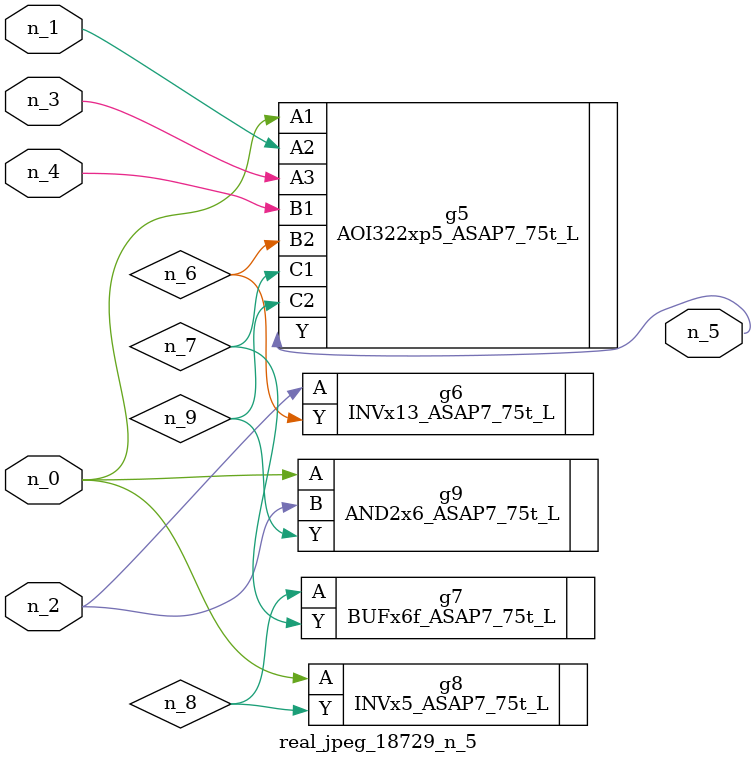
<source format=v>
module real_jpeg_18729_n_5 (n_4, n_0, n_1, n_2, n_3, n_5);

input n_4;
input n_0;
input n_1;
input n_2;
input n_3;

output n_5;

wire n_8;
wire n_6;
wire n_7;
wire n_9;

AOI322xp5_ASAP7_75t_L g5 ( 
.A1(n_0),
.A2(n_1),
.A3(n_3),
.B1(n_4),
.B2(n_6),
.C1(n_7),
.C2(n_9),
.Y(n_5)
);

INVx5_ASAP7_75t_L g8 ( 
.A(n_0),
.Y(n_8)
);

AND2x6_ASAP7_75t_L g9 ( 
.A(n_0),
.B(n_2),
.Y(n_9)
);

INVx13_ASAP7_75t_L g6 ( 
.A(n_2),
.Y(n_6)
);

BUFx6f_ASAP7_75t_L g7 ( 
.A(n_8),
.Y(n_7)
);


endmodule
</source>
